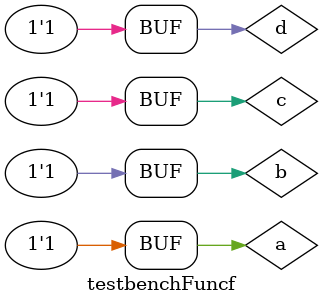
<source format=sv>
`timescale 1ns / 1ps


module Funcf(input a,b,c,d,  output y );
wire w0, O, O2;
assign O = 0;
assign O2 = 0;
assign w0 = ~c;
EightToOneMUX gate(.x1(c),.x2(c),.x3(c),.x4(c),.x5(w0),.x6(w0),.x7(w0),.x8(w0),.s1(d),.s2(b),.s3(a),.y(y));
endmodule

module testbenchFuncf();
reg a,b,c,d;
wire y;
Funcf uut(.a(a),.b(b),.c(c),.d(d),.y(y));
initial begin
            a=0;b=0;c=0;d=0; #10;
            d=1; #10;
             c=1; d=0; #10;
            d=1; #10;
            b=1; c=0;d=0; #10;
            d=1; #10; 
            c=1; d=0; #10;
            d=1; #10;
            a=1;b=0;c=0;d=0; #10;
            d=1; #10; 
            c=1; d=0; #10;
            d=1; #10;
            b=1; c=0; d=0; #10;
            d=1; #10; 
            c=1; d=0; #10;
            d=1; #10;
            
        end
endmodule
</source>
